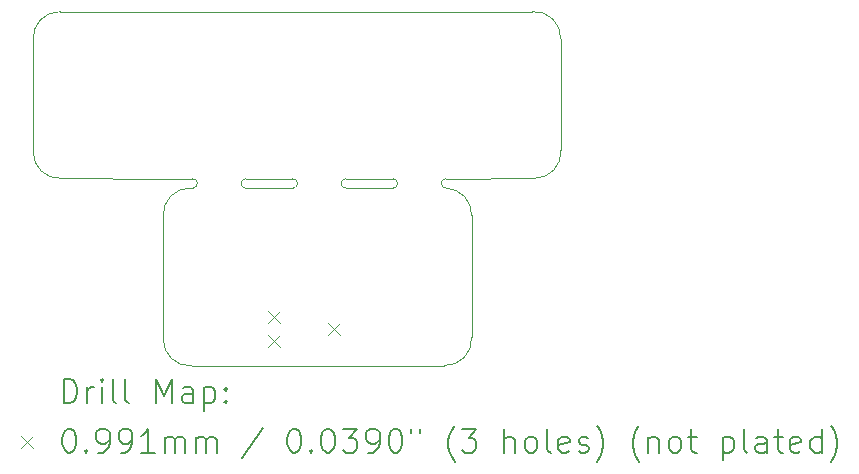
<source format=gbr>
%TF.GenerationSoftware,KiCad,Pcbnew,8.0.3*%
%TF.CreationDate,2025-09-30T21:19:31-04:00*%
%TF.ProjectId,NewHallSensorsLimitSwitches,4e657748-616c-46c5-9365-6e736f72734c,rev?*%
%TF.SameCoordinates,Original*%
%TF.FileFunction,Drillmap*%
%TF.FilePolarity,Positive*%
%FSLAX45Y45*%
G04 Gerber Fmt 4.5, Leading zero omitted, Abs format (unit mm)*
G04 Created by KiCad (PCBNEW 8.0.3) date 2025-09-30 21:19:31*
%MOMM*%
%LPD*%
G01*
G04 APERTURE LIST*
%ADD10C,0.050000*%
%ADD11C,0.200000*%
%ADD12C,0.100000*%
G04 APERTURE END LIST*
D10*
X18381000Y-11466000D02*
G75*
G02*
X18151000Y-11706993I-222930J-17490D01*
G01*
X16110000Y-11710000D02*
G75*
G02*
X16110000Y-11790000I0J-40000D01*
G01*
X13911880Y-11477163D02*
X13911837Y-10536880D01*
X15712500Y-11790000D02*
G75*
G02*
X15712500Y-11710000I0J40000D01*
G01*
X18138000Y-10295000D02*
G75*
G02*
X18378993Y-10525000I17490J-222930D01*
G01*
X17407500Y-11790000D02*
G75*
G02*
X17623995Y-12020462I-6900J-223400D01*
G01*
X15013711Y-12030504D02*
G75*
G02*
X15243711Y-11789508I222939J17484D01*
G01*
X17407500Y-11710000D02*
X18151000Y-11707000D01*
X17624038Y-13050745D02*
X17623995Y-12020462D01*
X15262500Y-11790000D02*
X15243711Y-11789504D01*
X15021000Y-11709000D02*
X15262500Y-11710000D01*
X16957500Y-11710000D02*
G75*
G02*
X16957500Y-11790000I0J-40000D01*
G01*
X16560000Y-11790000D02*
G75*
G02*
X16560000Y-11710000I0J40000D01*
G01*
X15013754Y-13063789D02*
X15013711Y-12030504D01*
X15254754Y-13293789D02*
G75*
G02*
X15013758Y-13063789I-17484J222939D01*
G01*
X17407500Y-11790000D02*
G75*
G02*
X17407500Y-11710000I0J40000D01*
G01*
X14141837Y-10295880D02*
X18138000Y-10295000D01*
X15021000Y-11709000D02*
X14152880Y-11707163D01*
X15712500Y-11710000D02*
X16110000Y-11710000D01*
X15254754Y-13293789D02*
X17394038Y-13291745D01*
X17624038Y-13050745D02*
G75*
G02*
X17394038Y-13291741I-222938J-17485D01*
G01*
X13911837Y-10536880D02*
G75*
G02*
X14141837Y-10295884I222933J17490D01*
G01*
X16110000Y-11790000D02*
X15712500Y-11790000D01*
X14152880Y-11707163D02*
G75*
G02*
X13911884Y-11477163I-17490J222933D01*
G01*
X15262500Y-11710000D02*
G75*
G02*
X15262500Y-11790000I0J-40000D01*
G01*
X18379000Y-10525000D02*
X18381000Y-11466000D01*
X16957500Y-11790000D02*
X16560000Y-11790000D01*
X16957500Y-11710000D02*
X16560000Y-11710000D01*
D11*
D12*
X15901970Y-12830870D02*
X16001030Y-12929930D01*
X16001030Y-12830870D02*
X15901970Y-12929930D01*
X15901970Y-13034070D02*
X16001030Y-13133130D01*
X16001030Y-13034070D02*
X15901970Y-13133130D01*
X16409970Y-12932470D02*
X16509030Y-13031530D01*
X16509030Y-12932470D02*
X16409970Y-13031530D01*
D11*
X14169429Y-13608457D02*
X14169429Y-13408457D01*
X14169429Y-13408457D02*
X14217048Y-13408457D01*
X14217048Y-13408457D02*
X14245620Y-13417981D01*
X14245620Y-13417981D02*
X14264667Y-13437029D01*
X14264667Y-13437029D02*
X14274191Y-13456076D01*
X14274191Y-13456076D02*
X14283715Y-13494172D01*
X14283715Y-13494172D02*
X14283715Y-13522743D01*
X14283715Y-13522743D02*
X14274191Y-13560838D01*
X14274191Y-13560838D02*
X14264667Y-13579886D01*
X14264667Y-13579886D02*
X14245620Y-13598934D01*
X14245620Y-13598934D02*
X14217048Y-13608457D01*
X14217048Y-13608457D02*
X14169429Y-13608457D01*
X14369429Y-13608457D02*
X14369429Y-13475124D01*
X14369429Y-13513219D02*
X14378953Y-13494172D01*
X14378953Y-13494172D02*
X14388477Y-13484648D01*
X14388477Y-13484648D02*
X14407524Y-13475124D01*
X14407524Y-13475124D02*
X14426572Y-13475124D01*
X14493239Y-13608457D02*
X14493239Y-13475124D01*
X14493239Y-13408457D02*
X14483715Y-13417981D01*
X14483715Y-13417981D02*
X14493239Y-13427505D01*
X14493239Y-13427505D02*
X14502762Y-13417981D01*
X14502762Y-13417981D02*
X14493239Y-13408457D01*
X14493239Y-13408457D02*
X14493239Y-13427505D01*
X14617048Y-13608457D02*
X14598000Y-13598934D01*
X14598000Y-13598934D02*
X14588477Y-13579886D01*
X14588477Y-13579886D02*
X14588477Y-13408457D01*
X14721810Y-13608457D02*
X14702762Y-13598934D01*
X14702762Y-13598934D02*
X14693239Y-13579886D01*
X14693239Y-13579886D02*
X14693239Y-13408457D01*
X14950381Y-13608457D02*
X14950381Y-13408457D01*
X14950381Y-13408457D02*
X15017048Y-13551315D01*
X15017048Y-13551315D02*
X15083715Y-13408457D01*
X15083715Y-13408457D02*
X15083715Y-13608457D01*
X15264667Y-13608457D02*
X15264667Y-13503696D01*
X15264667Y-13503696D02*
X15255143Y-13484648D01*
X15255143Y-13484648D02*
X15236096Y-13475124D01*
X15236096Y-13475124D02*
X15198000Y-13475124D01*
X15198000Y-13475124D02*
X15178953Y-13484648D01*
X15264667Y-13598934D02*
X15245620Y-13608457D01*
X15245620Y-13608457D02*
X15198000Y-13608457D01*
X15198000Y-13608457D02*
X15178953Y-13598934D01*
X15178953Y-13598934D02*
X15169429Y-13579886D01*
X15169429Y-13579886D02*
X15169429Y-13560838D01*
X15169429Y-13560838D02*
X15178953Y-13541791D01*
X15178953Y-13541791D02*
X15198000Y-13532267D01*
X15198000Y-13532267D02*
X15245620Y-13532267D01*
X15245620Y-13532267D02*
X15264667Y-13522743D01*
X15359905Y-13475124D02*
X15359905Y-13675124D01*
X15359905Y-13484648D02*
X15378953Y-13475124D01*
X15378953Y-13475124D02*
X15417048Y-13475124D01*
X15417048Y-13475124D02*
X15436096Y-13484648D01*
X15436096Y-13484648D02*
X15445620Y-13494172D01*
X15445620Y-13494172D02*
X15455143Y-13513219D01*
X15455143Y-13513219D02*
X15455143Y-13570362D01*
X15455143Y-13570362D02*
X15445620Y-13589410D01*
X15445620Y-13589410D02*
X15436096Y-13598934D01*
X15436096Y-13598934D02*
X15417048Y-13608457D01*
X15417048Y-13608457D02*
X15378953Y-13608457D01*
X15378953Y-13608457D02*
X15359905Y-13598934D01*
X15540858Y-13589410D02*
X15550381Y-13598934D01*
X15550381Y-13598934D02*
X15540858Y-13608457D01*
X15540858Y-13608457D02*
X15531334Y-13598934D01*
X15531334Y-13598934D02*
X15540858Y-13589410D01*
X15540858Y-13589410D02*
X15540858Y-13608457D01*
X15540858Y-13484648D02*
X15550381Y-13494172D01*
X15550381Y-13494172D02*
X15540858Y-13503696D01*
X15540858Y-13503696D02*
X15531334Y-13494172D01*
X15531334Y-13494172D02*
X15540858Y-13484648D01*
X15540858Y-13484648D02*
X15540858Y-13503696D01*
D12*
X13809592Y-13887444D02*
X13908652Y-13986504D01*
X13908652Y-13887444D02*
X13809592Y-13986504D01*
D11*
X14207524Y-13828457D02*
X14226572Y-13828457D01*
X14226572Y-13828457D02*
X14245620Y-13837981D01*
X14245620Y-13837981D02*
X14255143Y-13847505D01*
X14255143Y-13847505D02*
X14264667Y-13866553D01*
X14264667Y-13866553D02*
X14274191Y-13904648D01*
X14274191Y-13904648D02*
X14274191Y-13952267D01*
X14274191Y-13952267D02*
X14264667Y-13990362D01*
X14264667Y-13990362D02*
X14255143Y-14009410D01*
X14255143Y-14009410D02*
X14245620Y-14018934D01*
X14245620Y-14018934D02*
X14226572Y-14028457D01*
X14226572Y-14028457D02*
X14207524Y-14028457D01*
X14207524Y-14028457D02*
X14188477Y-14018934D01*
X14188477Y-14018934D02*
X14178953Y-14009410D01*
X14178953Y-14009410D02*
X14169429Y-13990362D01*
X14169429Y-13990362D02*
X14159905Y-13952267D01*
X14159905Y-13952267D02*
X14159905Y-13904648D01*
X14159905Y-13904648D02*
X14169429Y-13866553D01*
X14169429Y-13866553D02*
X14178953Y-13847505D01*
X14178953Y-13847505D02*
X14188477Y-13837981D01*
X14188477Y-13837981D02*
X14207524Y-13828457D01*
X14359905Y-14009410D02*
X14369429Y-14018934D01*
X14369429Y-14018934D02*
X14359905Y-14028457D01*
X14359905Y-14028457D02*
X14350381Y-14018934D01*
X14350381Y-14018934D02*
X14359905Y-14009410D01*
X14359905Y-14009410D02*
X14359905Y-14028457D01*
X14464667Y-14028457D02*
X14502762Y-14028457D01*
X14502762Y-14028457D02*
X14521810Y-14018934D01*
X14521810Y-14018934D02*
X14531334Y-14009410D01*
X14531334Y-14009410D02*
X14550381Y-13980838D01*
X14550381Y-13980838D02*
X14559905Y-13942743D01*
X14559905Y-13942743D02*
X14559905Y-13866553D01*
X14559905Y-13866553D02*
X14550381Y-13847505D01*
X14550381Y-13847505D02*
X14540858Y-13837981D01*
X14540858Y-13837981D02*
X14521810Y-13828457D01*
X14521810Y-13828457D02*
X14483715Y-13828457D01*
X14483715Y-13828457D02*
X14464667Y-13837981D01*
X14464667Y-13837981D02*
X14455143Y-13847505D01*
X14455143Y-13847505D02*
X14445620Y-13866553D01*
X14445620Y-13866553D02*
X14445620Y-13914172D01*
X14445620Y-13914172D02*
X14455143Y-13933219D01*
X14455143Y-13933219D02*
X14464667Y-13942743D01*
X14464667Y-13942743D02*
X14483715Y-13952267D01*
X14483715Y-13952267D02*
X14521810Y-13952267D01*
X14521810Y-13952267D02*
X14540858Y-13942743D01*
X14540858Y-13942743D02*
X14550381Y-13933219D01*
X14550381Y-13933219D02*
X14559905Y-13914172D01*
X14655143Y-14028457D02*
X14693239Y-14028457D01*
X14693239Y-14028457D02*
X14712286Y-14018934D01*
X14712286Y-14018934D02*
X14721810Y-14009410D01*
X14721810Y-14009410D02*
X14740858Y-13980838D01*
X14740858Y-13980838D02*
X14750381Y-13942743D01*
X14750381Y-13942743D02*
X14750381Y-13866553D01*
X14750381Y-13866553D02*
X14740858Y-13847505D01*
X14740858Y-13847505D02*
X14731334Y-13837981D01*
X14731334Y-13837981D02*
X14712286Y-13828457D01*
X14712286Y-13828457D02*
X14674191Y-13828457D01*
X14674191Y-13828457D02*
X14655143Y-13837981D01*
X14655143Y-13837981D02*
X14645620Y-13847505D01*
X14645620Y-13847505D02*
X14636096Y-13866553D01*
X14636096Y-13866553D02*
X14636096Y-13914172D01*
X14636096Y-13914172D02*
X14645620Y-13933219D01*
X14645620Y-13933219D02*
X14655143Y-13942743D01*
X14655143Y-13942743D02*
X14674191Y-13952267D01*
X14674191Y-13952267D02*
X14712286Y-13952267D01*
X14712286Y-13952267D02*
X14731334Y-13942743D01*
X14731334Y-13942743D02*
X14740858Y-13933219D01*
X14740858Y-13933219D02*
X14750381Y-13914172D01*
X14940858Y-14028457D02*
X14826572Y-14028457D01*
X14883715Y-14028457D02*
X14883715Y-13828457D01*
X14883715Y-13828457D02*
X14864667Y-13857029D01*
X14864667Y-13857029D02*
X14845620Y-13876076D01*
X14845620Y-13876076D02*
X14826572Y-13885600D01*
X15026572Y-14028457D02*
X15026572Y-13895124D01*
X15026572Y-13914172D02*
X15036096Y-13904648D01*
X15036096Y-13904648D02*
X15055143Y-13895124D01*
X15055143Y-13895124D02*
X15083715Y-13895124D01*
X15083715Y-13895124D02*
X15102762Y-13904648D01*
X15102762Y-13904648D02*
X15112286Y-13923696D01*
X15112286Y-13923696D02*
X15112286Y-14028457D01*
X15112286Y-13923696D02*
X15121810Y-13904648D01*
X15121810Y-13904648D02*
X15140858Y-13895124D01*
X15140858Y-13895124D02*
X15169429Y-13895124D01*
X15169429Y-13895124D02*
X15188477Y-13904648D01*
X15188477Y-13904648D02*
X15198001Y-13923696D01*
X15198001Y-13923696D02*
X15198001Y-14028457D01*
X15293239Y-14028457D02*
X15293239Y-13895124D01*
X15293239Y-13914172D02*
X15302762Y-13904648D01*
X15302762Y-13904648D02*
X15321810Y-13895124D01*
X15321810Y-13895124D02*
X15350382Y-13895124D01*
X15350382Y-13895124D02*
X15369429Y-13904648D01*
X15369429Y-13904648D02*
X15378953Y-13923696D01*
X15378953Y-13923696D02*
X15378953Y-14028457D01*
X15378953Y-13923696D02*
X15388477Y-13904648D01*
X15388477Y-13904648D02*
X15407524Y-13895124D01*
X15407524Y-13895124D02*
X15436096Y-13895124D01*
X15436096Y-13895124D02*
X15455143Y-13904648D01*
X15455143Y-13904648D02*
X15464667Y-13923696D01*
X15464667Y-13923696D02*
X15464667Y-14028457D01*
X15855143Y-13818934D02*
X15683715Y-14076076D01*
X16112286Y-13828457D02*
X16131334Y-13828457D01*
X16131334Y-13828457D02*
X16150382Y-13837981D01*
X16150382Y-13837981D02*
X16159905Y-13847505D01*
X16159905Y-13847505D02*
X16169429Y-13866553D01*
X16169429Y-13866553D02*
X16178953Y-13904648D01*
X16178953Y-13904648D02*
X16178953Y-13952267D01*
X16178953Y-13952267D02*
X16169429Y-13990362D01*
X16169429Y-13990362D02*
X16159905Y-14009410D01*
X16159905Y-14009410D02*
X16150382Y-14018934D01*
X16150382Y-14018934D02*
X16131334Y-14028457D01*
X16131334Y-14028457D02*
X16112286Y-14028457D01*
X16112286Y-14028457D02*
X16093239Y-14018934D01*
X16093239Y-14018934D02*
X16083715Y-14009410D01*
X16083715Y-14009410D02*
X16074191Y-13990362D01*
X16074191Y-13990362D02*
X16064667Y-13952267D01*
X16064667Y-13952267D02*
X16064667Y-13904648D01*
X16064667Y-13904648D02*
X16074191Y-13866553D01*
X16074191Y-13866553D02*
X16083715Y-13847505D01*
X16083715Y-13847505D02*
X16093239Y-13837981D01*
X16093239Y-13837981D02*
X16112286Y-13828457D01*
X16264667Y-14009410D02*
X16274191Y-14018934D01*
X16274191Y-14018934D02*
X16264667Y-14028457D01*
X16264667Y-14028457D02*
X16255144Y-14018934D01*
X16255144Y-14018934D02*
X16264667Y-14009410D01*
X16264667Y-14009410D02*
X16264667Y-14028457D01*
X16398001Y-13828457D02*
X16417048Y-13828457D01*
X16417048Y-13828457D02*
X16436096Y-13837981D01*
X16436096Y-13837981D02*
X16445620Y-13847505D01*
X16445620Y-13847505D02*
X16455144Y-13866553D01*
X16455144Y-13866553D02*
X16464667Y-13904648D01*
X16464667Y-13904648D02*
X16464667Y-13952267D01*
X16464667Y-13952267D02*
X16455144Y-13990362D01*
X16455144Y-13990362D02*
X16445620Y-14009410D01*
X16445620Y-14009410D02*
X16436096Y-14018934D01*
X16436096Y-14018934D02*
X16417048Y-14028457D01*
X16417048Y-14028457D02*
X16398001Y-14028457D01*
X16398001Y-14028457D02*
X16378953Y-14018934D01*
X16378953Y-14018934D02*
X16369429Y-14009410D01*
X16369429Y-14009410D02*
X16359905Y-13990362D01*
X16359905Y-13990362D02*
X16350382Y-13952267D01*
X16350382Y-13952267D02*
X16350382Y-13904648D01*
X16350382Y-13904648D02*
X16359905Y-13866553D01*
X16359905Y-13866553D02*
X16369429Y-13847505D01*
X16369429Y-13847505D02*
X16378953Y-13837981D01*
X16378953Y-13837981D02*
X16398001Y-13828457D01*
X16531334Y-13828457D02*
X16655144Y-13828457D01*
X16655144Y-13828457D02*
X16588477Y-13904648D01*
X16588477Y-13904648D02*
X16617048Y-13904648D01*
X16617048Y-13904648D02*
X16636096Y-13914172D01*
X16636096Y-13914172D02*
X16645620Y-13923696D01*
X16645620Y-13923696D02*
X16655144Y-13942743D01*
X16655144Y-13942743D02*
X16655144Y-13990362D01*
X16655144Y-13990362D02*
X16645620Y-14009410D01*
X16645620Y-14009410D02*
X16636096Y-14018934D01*
X16636096Y-14018934D02*
X16617048Y-14028457D01*
X16617048Y-14028457D02*
X16559905Y-14028457D01*
X16559905Y-14028457D02*
X16540858Y-14018934D01*
X16540858Y-14018934D02*
X16531334Y-14009410D01*
X16750382Y-14028457D02*
X16788477Y-14028457D01*
X16788477Y-14028457D02*
X16807525Y-14018934D01*
X16807525Y-14018934D02*
X16817048Y-14009410D01*
X16817048Y-14009410D02*
X16836096Y-13980838D01*
X16836096Y-13980838D02*
X16845620Y-13942743D01*
X16845620Y-13942743D02*
X16845620Y-13866553D01*
X16845620Y-13866553D02*
X16836096Y-13847505D01*
X16836096Y-13847505D02*
X16826572Y-13837981D01*
X16826572Y-13837981D02*
X16807525Y-13828457D01*
X16807525Y-13828457D02*
X16769429Y-13828457D01*
X16769429Y-13828457D02*
X16750382Y-13837981D01*
X16750382Y-13837981D02*
X16740858Y-13847505D01*
X16740858Y-13847505D02*
X16731334Y-13866553D01*
X16731334Y-13866553D02*
X16731334Y-13914172D01*
X16731334Y-13914172D02*
X16740858Y-13933219D01*
X16740858Y-13933219D02*
X16750382Y-13942743D01*
X16750382Y-13942743D02*
X16769429Y-13952267D01*
X16769429Y-13952267D02*
X16807525Y-13952267D01*
X16807525Y-13952267D02*
X16826572Y-13942743D01*
X16826572Y-13942743D02*
X16836096Y-13933219D01*
X16836096Y-13933219D02*
X16845620Y-13914172D01*
X16969429Y-13828457D02*
X16988477Y-13828457D01*
X16988477Y-13828457D02*
X17007525Y-13837981D01*
X17007525Y-13837981D02*
X17017048Y-13847505D01*
X17017048Y-13847505D02*
X17026572Y-13866553D01*
X17026572Y-13866553D02*
X17036096Y-13904648D01*
X17036096Y-13904648D02*
X17036096Y-13952267D01*
X17036096Y-13952267D02*
X17026572Y-13990362D01*
X17026572Y-13990362D02*
X17017048Y-14009410D01*
X17017048Y-14009410D02*
X17007525Y-14018934D01*
X17007525Y-14018934D02*
X16988477Y-14028457D01*
X16988477Y-14028457D02*
X16969429Y-14028457D01*
X16969429Y-14028457D02*
X16950382Y-14018934D01*
X16950382Y-14018934D02*
X16940858Y-14009410D01*
X16940858Y-14009410D02*
X16931334Y-13990362D01*
X16931334Y-13990362D02*
X16921810Y-13952267D01*
X16921810Y-13952267D02*
X16921810Y-13904648D01*
X16921810Y-13904648D02*
X16931334Y-13866553D01*
X16931334Y-13866553D02*
X16940858Y-13847505D01*
X16940858Y-13847505D02*
X16950382Y-13837981D01*
X16950382Y-13837981D02*
X16969429Y-13828457D01*
X17112287Y-13828457D02*
X17112287Y-13866553D01*
X17188477Y-13828457D02*
X17188477Y-13866553D01*
X17483715Y-14104648D02*
X17474191Y-14095124D01*
X17474191Y-14095124D02*
X17455144Y-14066553D01*
X17455144Y-14066553D02*
X17445620Y-14047505D01*
X17445620Y-14047505D02*
X17436096Y-14018934D01*
X17436096Y-14018934D02*
X17426572Y-13971315D01*
X17426572Y-13971315D02*
X17426572Y-13933219D01*
X17426572Y-13933219D02*
X17436096Y-13885600D01*
X17436096Y-13885600D02*
X17445620Y-13857029D01*
X17445620Y-13857029D02*
X17455144Y-13837981D01*
X17455144Y-13837981D02*
X17474191Y-13809410D01*
X17474191Y-13809410D02*
X17483715Y-13799886D01*
X17540858Y-13828457D02*
X17664668Y-13828457D01*
X17664668Y-13828457D02*
X17598001Y-13904648D01*
X17598001Y-13904648D02*
X17626572Y-13904648D01*
X17626572Y-13904648D02*
X17645620Y-13914172D01*
X17645620Y-13914172D02*
X17655144Y-13923696D01*
X17655144Y-13923696D02*
X17664668Y-13942743D01*
X17664668Y-13942743D02*
X17664668Y-13990362D01*
X17664668Y-13990362D02*
X17655144Y-14009410D01*
X17655144Y-14009410D02*
X17645620Y-14018934D01*
X17645620Y-14018934D02*
X17626572Y-14028457D01*
X17626572Y-14028457D02*
X17569429Y-14028457D01*
X17569429Y-14028457D02*
X17550382Y-14018934D01*
X17550382Y-14018934D02*
X17540858Y-14009410D01*
X17902763Y-14028457D02*
X17902763Y-13828457D01*
X17988477Y-14028457D02*
X17988477Y-13923696D01*
X17988477Y-13923696D02*
X17978953Y-13904648D01*
X17978953Y-13904648D02*
X17959906Y-13895124D01*
X17959906Y-13895124D02*
X17931334Y-13895124D01*
X17931334Y-13895124D02*
X17912287Y-13904648D01*
X17912287Y-13904648D02*
X17902763Y-13914172D01*
X18112287Y-14028457D02*
X18093239Y-14018934D01*
X18093239Y-14018934D02*
X18083715Y-14009410D01*
X18083715Y-14009410D02*
X18074191Y-13990362D01*
X18074191Y-13990362D02*
X18074191Y-13933219D01*
X18074191Y-13933219D02*
X18083715Y-13914172D01*
X18083715Y-13914172D02*
X18093239Y-13904648D01*
X18093239Y-13904648D02*
X18112287Y-13895124D01*
X18112287Y-13895124D02*
X18140858Y-13895124D01*
X18140858Y-13895124D02*
X18159906Y-13904648D01*
X18159906Y-13904648D02*
X18169430Y-13914172D01*
X18169430Y-13914172D02*
X18178953Y-13933219D01*
X18178953Y-13933219D02*
X18178953Y-13990362D01*
X18178953Y-13990362D02*
X18169430Y-14009410D01*
X18169430Y-14009410D02*
X18159906Y-14018934D01*
X18159906Y-14018934D02*
X18140858Y-14028457D01*
X18140858Y-14028457D02*
X18112287Y-14028457D01*
X18293239Y-14028457D02*
X18274191Y-14018934D01*
X18274191Y-14018934D02*
X18264668Y-13999886D01*
X18264668Y-13999886D02*
X18264668Y-13828457D01*
X18445620Y-14018934D02*
X18426572Y-14028457D01*
X18426572Y-14028457D02*
X18388477Y-14028457D01*
X18388477Y-14028457D02*
X18369430Y-14018934D01*
X18369430Y-14018934D02*
X18359906Y-13999886D01*
X18359906Y-13999886D02*
X18359906Y-13923696D01*
X18359906Y-13923696D02*
X18369430Y-13904648D01*
X18369430Y-13904648D02*
X18388477Y-13895124D01*
X18388477Y-13895124D02*
X18426572Y-13895124D01*
X18426572Y-13895124D02*
X18445620Y-13904648D01*
X18445620Y-13904648D02*
X18455144Y-13923696D01*
X18455144Y-13923696D02*
X18455144Y-13942743D01*
X18455144Y-13942743D02*
X18359906Y-13961791D01*
X18531334Y-14018934D02*
X18550382Y-14028457D01*
X18550382Y-14028457D02*
X18588477Y-14028457D01*
X18588477Y-14028457D02*
X18607525Y-14018934D01*
X18607525Y-14018934D02*
X18617049Y-13999886D01*
X18617049Y-13999886D02*
X18617049Y-13990362D01*
X18617049Y-13990362D02*
X18607525Y-13971315D01*
X18607525Y-13971315D02*
X18588477Y-13961791D01*
X18588477Y-13961791D02*
X18559906Y-13961791D01*
X18559906Y-13961791D02*
X18540858Y-13952267D01*
X18540858Y-13952267D02*
X18531334Y-13933219D01*
X18531334Y-13933219D02*
X18531334Y-13923696D01*
X18531334Y-13923696D02*
X18540858Y-13904648D01*
X18540858Y-13904648D02*
X18559906Y-13895124D01*
X18559906Y-13895124D02*
X18588477Y-13895124D01*
X18588477Y-13895124D02*
X18607525Y-13904648D01*
X18683715Y-14104648D02*
X18693239Y-14095124D01*
X18693239Y-14095124D02*
X18712287Y-14066553D01*
X18712287Y-14066553D02*
X18721811Y-14047505D01*
X18721811Y-14047505D02*
X18731334Y-14018934D01*
X18731334Y-14018934D02*
X18740858Y-13971315D01*
X18740858Y-13971315D02*
X18740858Y-13933219D01*
X18740858Y-13933219D02*
X18731334Y-13885600D01*
X18731334Y-13885600D02*
X18721811Y-13857029D01*
X18721811Y-13857029D02*
X18712287Y-13837981D01*
X18712287Y-13837981D02*
X18693239Y-13809410D01*
X18693239Y-13809410D02*
X18683715Y-13799886D01*
X19045620Y-14104648D02*
X19036096Y-14095124D01*
X19036096Y-14095124D02*
X19017049Y-14066553D01*
X19017049Y-14066553D02*
X19007525Y-14047505D01*
X19007525Y-14047505D02*
X18998001Y-14018934D01*
X18998001Y-14018934D02*
X18988477Y-13971315D01*
X18988477Y-13971315D02*
X18988477Y-13933219D01*
X18988477Y-13933219D02*
X18998001Y-13885600D01*
X18998001Y-13885600D02*
X19007525Y-13857029D01*
X19007525Y-13857029D02*
X19017049Y-13837981D01*
X19017049Y-13837981D02*
X19036096Y-13809410D01*
X19036096Y-13809410D02*
X19045620Y-13799886D01*
X19121811Y-13895124D02*
X19121811Y-14028457D01*
X19121811Y-13914172D02*
X19131334Y-13904648D01*
X19131334Y-13904648D02*
X19150382Y-13895124D01*
X19150382Y-13895124D02*
X19178953Y-13895124D01*
X19178953Y-13895124D02*
X19198001Y-13904648D01*
X19198001Y-13904648D02*
X19207525Y-13923696D01*
X19207525Y-13923696D02*
X19207525Y-14028457D01*
X19331334Y-14028457D02*
X19312287Y-14018934D01*
X19312287Y-14018934D02*
X19302763Y-14009410D01*
X19302763Y-14009410D02*
X19293239Y-13990362D01*
X19293239Y-13990362D02*
X19293239Y-13933219D01*
X19293239Y-13933219D02*
X19302763Y-13914172D01*
X19302763Y-13914172D02*
X19312287Y-13904648D01*
X19312287Y-13904648D02*
X19331334Y-13895124D01*
X19331334Y-13895124D02*
X19359906Y-13895124D01*
X19359906Y-13895124D02*
X19378953Y-13904648D01*
X19378953Y-13904648D02*
X19388477Y-13914172D01*
X19388477Y-13914172D02*
X19398001Y-13933219D01*
X19398001Y-13933219D02*
X19398001Y-13990362D01*
X19398001Y-13990362D02*
X19388477Y-14009410D01*
X19388477Y-14009410D02*
X19378953Y-14018934D01*
X19378953Y-14018934D02*
X19359906Y-14028457D01*
X19359906Y-14028457D02*
X19331334Y-14028457D01*
X19455144Y-13895124D02*
X19531334Y-13895124D01*
X19483715Y-13828457D02*
X19483715Y-13999886D01*
X19483715Y-13999886D02*
X19493239Y-14018934D01*
X19493239Y-14018934D02*
X19512287Y-14028457D01*
X19512287Y-14028457D02*
X19531334Y-14028457D01*
X19750382Y-13895124D02*
X19750382Y-14095124D01*
X19750382Y-13904648D02*
X19769430Y-13895124D01*
X19769430Y-13895124D02*
X19807525Y-13895124D01*
X19807525Y-13895124D02*
X19826573Y-13904648D01*
X19826573Y-13904648D02*
X19836096Y-13914172D01*
X19836096Y-13914172D02*
X19845620Y-13933219D01*
X19845620Y-13933219D02*
X19845620Y-13990362D01*
X19845620Y-13990362D02*
X19836096Y-14009410D01*
X19836096Y-14009410D02*
X19826573Y-14018934D01*
X19826573Y-14018934D02*
X19807525Y-14028457D01*
X19807525Y-14028457D02*
X19769430Y-14028457D01*
X19769430Y-14028457D02*
X19750382Y-14018934D01*
X19959906Y-14028457D02*
X19940858Y-14018934D01*
X19940858Y-14018934D02*
X19931334Y-13999886D01*
X19931334Y-13999886D02*
X19931334Y-13828457D01*
X20121811Y-14028457D02*
X20121811Y-13923696D01*
X20121811Y-13923696D02*
X20112287Y-13904648D01*
X20112287Y-13904648D02*
X20093239Y-13895124D01*
X20093239Y-13895124D02*
X20055144Y-13895124D01*
X20055144Y-13895124D02*
X20036096Y-13904648D01*
X20121811Y-14018934D02*
X20102763Y-14028457D01*
X20102763Y-14028457D02*
X20055144Y-14028457D01*
X20055144Y-14028457D02*
X20036096Y-14018934D01*
X20036096Y-14018934D02*
X20026573Y-13999886D01*
X20026573Y-13999886D02*
X20026573Y-13980838D01*
X20026573Y-13980838D02*
X20036096Y-13961791D01*
X20036096Y-13961791D02*
X20055144Y-13952267D01*
X20055144Y-13952267D02*
X20102763Y-13952267D01*
X20102763Y-13952267D02*
X20121811Y-13942743D01*
X20188477Y-13895124D02*
X20264668Y-13895124D01*
X20217049Y-13828457D02*
X20217049Y-13999886D01*
X20217049Y-13999886D02*
X20226573Y-14018934D01*
X20226573Y-14018934D02*
X20245620Y-14028457D01*
X20245620Y-14028457D02*
X20264668Y-14028457D01*
X20407525Y-14018934D02*
X20388477Y-14028457D01*
X20388477Y-14028457D02*
X20350382Y-14028457D01*
X20350382Y-14028457D02*
X20331334Y-14018934D01*
X20331334Y-14018934D02*
X20321811Y-13999886D01*
X20321811Y-13999886D02*
X20321811Y-13923696D01*
X20321811Y-13923696D02*
X20331334Y-13904648D01*
X20331334Y-13904648D02*
X20350382Y-13895124D01*
X20350382Y-13895124D02*
X20388477Y-13895124D01*
X20388477Y-13895124D02*
X20407525Y-13904648D01*
X20407525Y-13904648D02*
X20417049Y-13923696D01*
X20417049Y-13923696D02*
X20417049Y-13942743D01*
X20417049Y-13942743D02*
X20321811Y-13961791D01*
X20588477Y-14028457D02*
X20588477Y-13828457D01*
X20588477Y-14018934D02*
X20569430Y-14028457D01*
X20569430Y-14028457D02*
X20531334Y-14028457D01*
X20531334Y-14028457D02*
X20512287Y-14018934D01*
X20512287Y-14018934D02*
X20502763Y-14009410D01*
X20502763Y-14009410D02*
X20493239Y-13990362D01*
X20493239Y-13990362D02*
X20493239Y-13933219D01*
X20493239Y-13933219D02*
X20502763Y-13914172D01*
X20502763Y-13914172D02*
X20512287Y-13904648D01*
X20512287Y-13904648D02*
X20531334Y-13895124D01*
X20531334Y-13895124D02*
X20569430Y-13895124D01*
X20569430Y-13895124D02*
X20588477Y-13904648D01*
X20664668Y-14104648D02*
X20674192Y-14095124D01*
X20674192Y-14095124D02*
X20693239Y-14066553D01*
X20693239Y-14066553D02*
X20702763Y-14047505D01*
X20702763Y-14047505D02*
X20712287Y-14018934D01*
X20712287Y-14018934D02*
X20721811Y-13971315D01*
X20721811Y-13971315D02*
X20721811Y-13933219D01*
X20721811Y-13933219D02*
X20712287Y-13885600D01*
X20712287Y-13885600D02*
X20702763Y-13857029D01*
X20702763Y-13857029D02*
X20693239Y-13837981D01*
X20693239Y-13837981D02*
X20674192Y-13809410D01*
X20674192Y-13809410D02*
X20664668Y-13799886D01*
M02*

</source>
